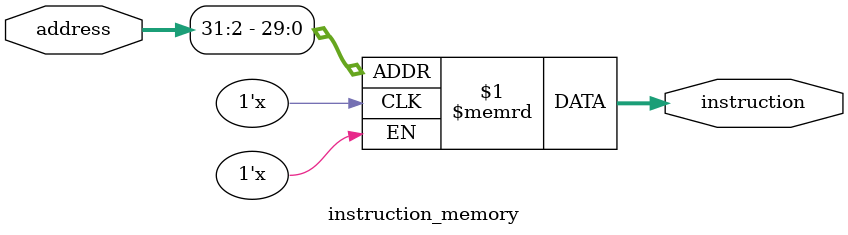
<source format=sv>
module instruction_memory #(
  parameter INIT_FILE = ""
)(
  input  logic [31:0] address,
  output logic [31:0] instruction
);

  // Memory array - increase to 2048 words to match the main memory
  logic [31:0] memory [0:2047];

  // Load memory contents from file
  initial begin
    if (INIT_FILE != "") begin
      $readmemh(INIT_FILE, memory);
    end
  end

  // Word-aligned access (divide address by 4)
  assign instruction = memory[address[31:2]];

endmodule

</source>
